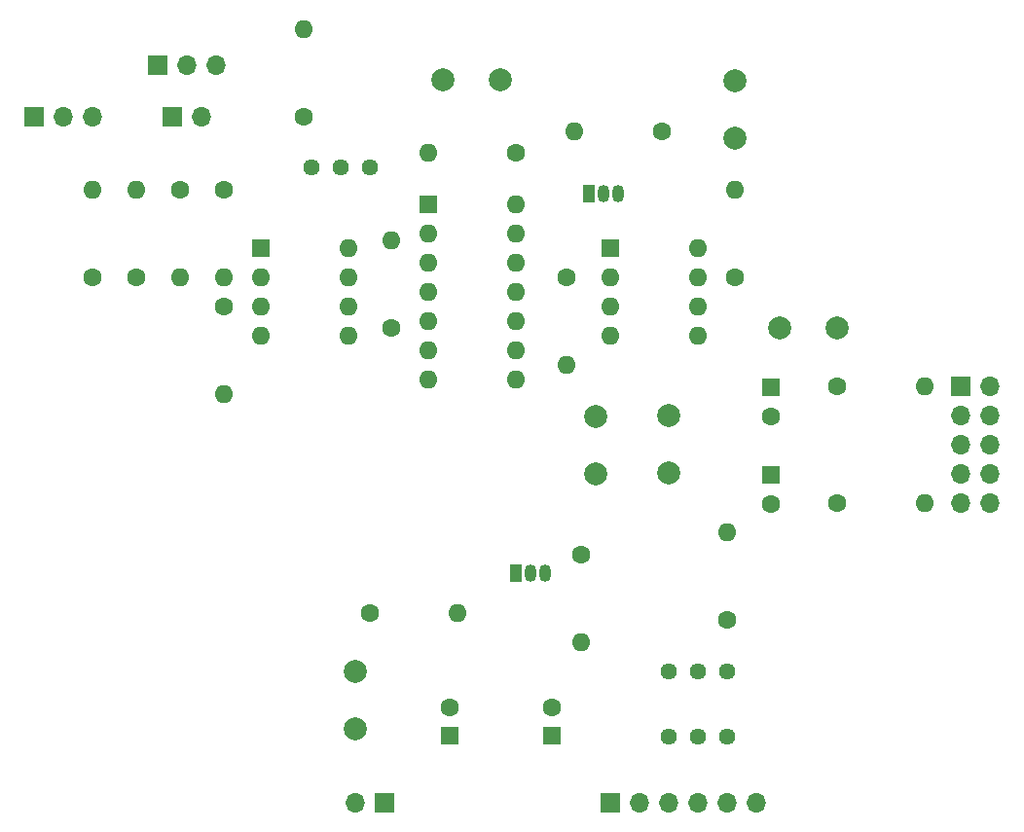
<source format=gbr>
%TF.GenerationSoftware,KiCad,Pcbnew,(6.0.6)*%
%TF.CreationDate,2022-11-10T09:08:44+01:00*%
%TF.ProjectId,LFO,4c464f2e-6b69-4636-9164-5f7063625858,rev?*%
%TF.SameCoordinates,Original*%
%TF.FileFunction,Copper,L2,Bot*%
%TF.FilePolarity,Positive*%
%FSLAX46Y46*%
G04 Gerber Fmt 4.6, Leading zero omitted, Abs format (unit mm)*
G04 Created by KiCad (PCBNEW (6.0.6)) date 2022-11-10 09:08:44*
%MOMM*%
%LPD*%
G01*
G04 APERTURE LIST*
%TA.AperFunction,ComponentPad*%
%ADD10O,1.700000X1.700000*%
%TD*%
%TA.AperFunction,ComponentPad*%
%ADD11R,1.700000X1.700000*%
%TD*%
%TA.AperFunction,ComponentPad*%
%ADD12C,1.440000*%
%TD*%
%TA.AperFunction,ComponentPad*%
%ADD13C,2.000000*%
%TD*%
%TA.AperFunction,ComponentPad*%
%ADD14C,1.600000*%
%TD*%
%TA.AperFunction,ComponentPad*%
%ADD15R,1.600000X1.600000*%
%TD*%
%TA.AperFunction,ComponentPad*%
%ADD16O,1.600000X1.600000*%
%TD*%
%TA.AperFunction,ComponentPad*%
%ADD17R,1.050000X1.500000*%
%TD*%
%TA.AperFunction,ComponentPad*%
%ADD18O,1.050000X1.500000*%
%TD*%
G04 APERTURE END LIST*
D10*
%TO.P,J1,10,Pin_10*%
%TO.N,Net-(R10-Pad2)*%
X157475000Y-117475000D03*
%TO.P,J1,9,Pin_9*%
X154935000Y-117475000D03*
%TO.P,J1,8,Pin_8*%
%TO.N,/GND*%
X157475000Y-114935000D03*
%TO.P,J1,7,Pin_7*%
X154935000Y-114935000D03*
%TO.P,J1,6,Pin_6*%
X157475000Y-112395000D03*
%TO.P,J1,5,Pin_5*%
X154935000Y-112395000D03*
%TO.P,J1,4,Pin_4*%
X157475000Y-109855000D03*
%TO.P,J1,3,Pin_3*%
X154935000Y-109855000D03*
%TO.P,J1,2,Pin_2*%
%TO.N,Net-(R9-Pad2)*%
X157475000Y-107315000D03*
D11*
%TO.P,J1,1,Pin_1*%
X154935000Y-107315000D03*
%TD*%
D10*
%TO.P,SW1,6,C*%
%TO.N,Net-(RV2-Pad2)*%
X137160000Y-143510000D03*
%TO.P,SW1,5,B*%
%TO.N,Net-(R12-Pad2)*%
X134620000Y-143510000D03*
%TO.P,SW1,4,A*%
%TO.N,Net-(RV1-Pad2)*%
X132080000Y-143510000D03*
%TO.P,SW1,3,C*%
%TO.N,Net-(SW1-Pad3)*%
X129540000Y-143510000D03*
%TO.P,SW1,2,B*%
%TO.N,Net-(Q1-Pad1)*%
X127000000Y-143510000D03*
D11*
%TO.P,SW1,1,A*%
%TO.N,Net-(C3-Pad1)*%
X124460000Y-143510000D03*
%TD*%
D10*
%TO.P,RV5,3,3*%
%TO.N,Net-(J3-Pad2)*%
X79390000Y-83820000D03*
%TO.P,RV5,2,2*%
%TO.N,Net-(R14-Pad2)*%
X76850000Y-83820000D03*
D11*
%TO.P,RV5,1,1*%
%TO.N,/GND*%
X74310000Y-83820000D03*
%TD*%
D10*
%TO.P,RV4,3,3*%
%TO.N,Net-(R15-Pad2)*%
X90170000Y-79375000D03*
%TO.P,RV4,2,2*%
%TO.N,Net-(R11-Pad2)*%
X87630000Y-79375000D03*
D11*
%TO.P,RV4,1,1*%
%TO.N,/GND*%
X85090000Y-79375000D03*
%TD*%
D12*
%TO.P,RV3,3,3*%
%TO.N,/GND*%
X103505000Y-88265000D03*
%TO.P,RV3,2,2*%
%TO.N,Net-(R13-Pad1)*%
X100965000Y-88265000D03*
%TO.P,RV3,1,1*%
%TO.N,/+12V*%
X98425000Y-88265000D03*
%TD*%
%TO.P,RV2,3,3*%
%TO.N,Net-(R8-Pad1)*%
X134620000Y-137795000D03*
%TO.P,RV2,2,2*%
%TO.N,Net-(RV2-Pad2)*%
X132080000Y-137795000D03*
%TO.P,RV2,1,1*%
%TO.N,/GND*%
X129540000Y-137795000D03*
%TD*%
%TO.P,RV1,3,3*%
%TO.N,Net-(R8-Pad1)*%
X134620000Y-132080000D03*
%TO.P,RV1,2,2*%
%TO.N,Net-(RV1-Pad2)*%
X132080000Y-132080000D03*
%TO.P,RV1,1,1*%
%TO.N,/GND*%
X129540000Y-132080000D03*
%TD*%
D10*
%TO.P,J3,2*%
%TO.N,Net-(J3-Pad2)*%
X88895000Y-83820000D03*
D11*
%TO.P,J3,1*%
%TO.N,/GND*%
X86355000Y-83820000D03*
%TD*%
D10*
%TO.P,J2,2*%
%TO.N,Net-(C1-Pad1)*%
X102235000Y-143510000D03*
D11*
%TO.P,J2,1*%
%TO.N,/GND*%
X104775000Y-143510000D03*
%TD*%
D13*
%TO.P,C10,2*%
%TO.N,Net-(C10-Pad2)*%
X109895000Y-80645000D03*
%TO.P,C10,1*%
%TO.N,Net-(C10-Pad1)*%
X114895000Y-80645000D03*
%TD*%
%TO.P,C6,2*%
%TO.N,/+12V*%
X123190000Y-109935000D03*
%TO.P,C6,1*%
%TO.N,/-12V*%
X123190000Y-114935000D03*
%TD*%
%TO.P,C5,1*%
%TO.N,/+12V*%
X129540000Y-109855000D03*
%TO.P,C5,2*%
%TO.N,/GND*%
X129540000Y-114855000D03*
%TD*%
%TO.P,C4,1*%
%TO.N,/GND*%
X144145000Y-102235000D03*
%TO.P,C4,2*%
%TO.N,Net-(C4-Pad2)*%
X139145000Y-102235000D03*
%TD*%
%TO.P,C2,2*%
%TO.N,/GND*%
X135255000Y-80685000D03*
%TO.P,C2,1*%
%TO.N,Net-(C2-Pad1)*%
X135255000Y-85685000D03*
%TD*%
%TO.P,C1,2*%
%TO.N,Net-(C1-Pad2)*%
X102235000Y-132120000D03*
%TO.P,C1,1*%
%TO.N,Net-(C1-Pad1)*%
X102235000Y-137120000D03*
%TD*%
D14*
%TO.P,C9,2*%
%TO.N,/-12V*%
X138430000Y-117522621D03*
D15*
%TO.P,C9,1*%
%TO.N,/GND*%
X138430000Y-115022621D03*
%TD*%
D14*
%TO.P,C8,2*%
%TO.N,/GND*%
X138430000Y-109902620D03*
D15*
%TO.P,C8,1*%
%TO.N,/+12V*%
X138430000Y-107402620D03*
%TD*%
D14*
%TO.P,C7,2*%
%TO.N,/GND*%
X119380000Y-135207380D03*
D15*
%TO.P,C7,1*%
%TO.N,Net-(SW1-Pad3)*%
X119380000Y-137707380D03*
%TD*%
D14*
%TO.P,C3,2*%
%TO.N,/GND*%
X110490000Y-135207380D03*
D15*
%TO.P,C3,1*%
%TO.N,Net-(C3-Pad1)*%
X110490000Y-137707380D03*
%TD*%
D16*
%TO.P,U3,8,NC*%
%TO.N,unconnected-(U3-Pad8)*%
X101610000Y-95260000D03*
%TO.P,U3,7,V+*%
%TO.N,/+12V*%
X101610000Y-97800000D03*
%TO.P,U3,6*%
%TO.N,Net-(Q2-Pad2)*%
X101610000Y-100340000D03*
%TO.P,U3,5,NULL*%
%TO.N,unconnected-(U3-Pad5)*%
X101610000Y-102880000D03*
%TO.P,U3,4,V-*%
%TO.N,/-12V*%
X93990000Y-102880000D03*
%TO.P,U3,3,+*%
%TO.N,Net-(R7-Pad1)*%
X93990000Y-100340000D03*
%TO.P,U3,2,-*%
%TO.N,Net-(R11-Pad1)*%
X93990000Y-97800000D03*
D15*
%TO.P,U3,1,NULL*%
%TO.N,unconnected-(U3-Pad1)*%
X93990000Y-95260000D03*
%TD*%
D16*
%TO.P,U1,14*%
%TO.N,N/C*%
X116215000Y-91435000D03*
%TO.P,U1,13*%
X116215000Y-93975000D03*
%TO.P,U1,12*%
X116215000Y-96515000D03*
%TO.P,U1,11*%
%TO.N,/-12V*%
X116215000Y-99055000D03*
%TO.P,U1,10*%
%TO.N,N/C*%
X116215000Y-101595000D03*
%TO.P,U1,9*%
X116215000Y-104135000D03*
%TO.P,U1,8*%
X116215000Y-106675000D03*
%TO.P,U1,7*%
%TO.N,Net-(R5-Pad1)*%
X108595000Y-106675000D03*
%TO.P,U1,6,-*%
X108595000Y-104135000D03*
%TO.P,U1,5,+*%
%TO.N,Net-(Q1-Pad1)*%
X108595000Y-101595000D03*
%TO.P,U1,4*%
%TO.N,/+12V*%
X108595000Y-99055000D03*
%TO.P,U1,3,+*%
%TO.N,/GND*%
X108595000Y-96515000D03*
%TO.P,U1,2,-*%
%TO.N,Net-(C10-Pad1)*%
X108595000Y-93975000D03*
D15*
%TO.P,U1,1*%
%TO.N,Net-(C10-Pad2)*%
X108595000Y-91435000D03*
%TD*%
D14*
%TO.P,R16,1*%
%TO.N,Net-(C10-Pad1)*%
X116205000Y-86995000D03*
D16*
%TO.P,R16,2*%
%TO.N,Net-(C10-Pad2)*%
X108585000Y-86995000D03*
%TD*%
D14*
%TO.P,R15,1*%
%TO.N,/+12V*%
X97790000Y-83820000D03*
D16*
%TO.P,R15,2*%
%TO.N,Net-(R15-Pad2)*%
X97790000Y-76200000D03*
%TD*%
%TO.P,R14,2*%
%TO.N,Net-(R14-Pad2)*%
X79375000Y-90170000D03*
D14*
%TO.P,R14,1*%
%TO.N,Net-(R11-Pad1)*%
X79375000Y-97790000D03*
%TD*%
D16*
%TO.P,R13,2*%
%TO.N,Net-(R11-Pad1)*%
X90805000Y-97790000D03*
D14*
%TO.P,R13,1*%
%TO.N,Net-(R13-Pad1)*%
X90805000Y-90170000D03*
%TD*%
%TO.P,R12,1*%
%TO.N,Net-(C10-Pad1)*%
X120650000Y-97790000D03*
D16*
%TO.P,R12,2*%
%TO.N,Net-(R12-Pad2)*%
X120650000Y-105410000D03*
%TD*%
D14*
%TO.P,R11,1*%
%TO.N,Net-(R11-Pad1)*%
X83185000Y-97790000D03*
D16*
%TO.P,R11,2*%
%TO.N,Net-(R11-Pad2)*%
X83185000Y-90170000D03*
%TD*%
%TO.P,R10,2*%
%TO.N,Net-(R10-Pad2)*%
X151765000Y-117475000D03*
D14*
%TO.P,R10,1*%
%TO.N,/-12V*%
X144145000Y-117475000D03*
%TD*%
D16*
%TO.P,R9,2*%
%TO.N,Net-(R9-Pad2)*%
X151765000Y-107315000D03*
D14*
%TO.P,R9,1*%
%TO.N,/+12V*%
X144145000Y-107315000D03*
%TD*%
D16*
%TO.P,R8,2*%
%TO.N,/-12V*%
X134620000Y-120015000D03*
D14*
%TO.P,R8,1*%
%TO.N,Net-(R8-Pad1)*%
X134620000Y-127635000D03*
%TD*%
%TO.P,R7,1*%
%TO.N,Net-(R7-Pad1)*%
X90805000Y-100330000D03*
D16*
%TO.P,R7,2*%
%TO.N,/GND*%
X90805000Y-107950000D03*
%TD*%
%TO.P,R6,2*%
%TO.N,Net-(R11-Pad1)*%
X86995000Y-97790000D03*
D14*
%TO.P,R6,1*%
%TO.N,Net-(Q2-Pad2)*%
X86995000Y-90170000D03*
%TD*%
D16*
%TO.P,R5,2*%
%TO.N,Net-(C10-Pad1)*%
X105410000Y-94615000D03*
D14*
%TO.P,R5,1*%
%TO.N,Net-(R5-Pad1)*%
X105410000Y-102235000D03*
%TD*%
D16*
%TO.P,R4,2*%
%TO.N,Net-(Q2-Pad2)*%
X121285000Y-85090000D03*
D14*
%TO.P,R4,1*%
%TO.N,/+12V*%
X128905000Y-85090000D03*
%TD*%
%TO.P,R3,1*%
%TO.N,Net-(Q1-Pad1)*%
X135255000Y-97790000D03*
D16*
%TO.P,R3,2*%
%TO.N,Net-(C2-Pad1)*%
X135255000Y-90170000D03*
%TD*%
%TO.P,R2,2*%
%TO.N,Net-(Q1-Pad2)*%
X121920000Y-129540000D03*
D14*
%TO.P,R2,1*%
%TO.N,/GND*%
X121920000Y-121920000D03*
%TD*%
D16*
%TO.P,R1,2*%
%TO.N,Net-(Q1-Pad2)*%
X111125000Y-127000000D03*
D14*
%TO.P,R1,1*%
%TO.N,Net-(C1-Pad2)*%
X103505000Y-127000000D03*
%TD*%
D15*
%TO.P,U2,1,GND*%
%TO.N,/GND*%
X124460000Y-95250000D03*
D16*
%TO.P,U2,2,TR*%
%TO.N,Net-(C2-Pad1)*%
X124460000Y-97790000D03*
%TO.P,U2,3,Q*%
%TO.N,unconnected-(U2-Pad3)*%
X124460000Y-100330000D03*
%TO.P,U2,4,R*%
%TO.N,/+12V*%
X124460000Y-102870000D03*
%TO.P,U2,5,CV*%
%TO.N,Net-(C4-Pad2)*%
X132080000Y-102870000D03*
%TO.P,U2,6,THR*%
%TO.N,Net-(Q1-Pad1)*%
X132080000Y-100330000D03*
%TO.P,U2,7,DIS*%
X132080000Y-97790000D03*
%TO.P,U2,8,VCC*%
%TO.N,/+12V*%
X132080000Y-95250000D03*
%TD*%
D17*
%TO.P,Q2,1,C*%
%TO.N,Net-(Q1-Pad1)*%
X122555000Y-90530000D03*
D18*
%TO.P,Q2,2,B*%
%TO.N,Net-(Q2-Pad2)*%
X123825000Y-90530000D03*
%TO.P,Q2,3,E*%
%TO.N,/+12V*%
X125095000Y-90530000D03*
%TD*%
D17*
%TO.P,Q1,1,D*%
%TO.N,Net-(Q1-Pad1)*%
X116205000Y-123550000D03*
D18*
%TO.P,Q1,2,G*%
%TO.N,Net-(Q1-Pad2)*%
X117475000Y-123550000D03*
%TO.P,Q1,3,S*%
%TO.N,/GND*%
X118745000Y-123550000D03*
%TD*%
M02*

</source>
